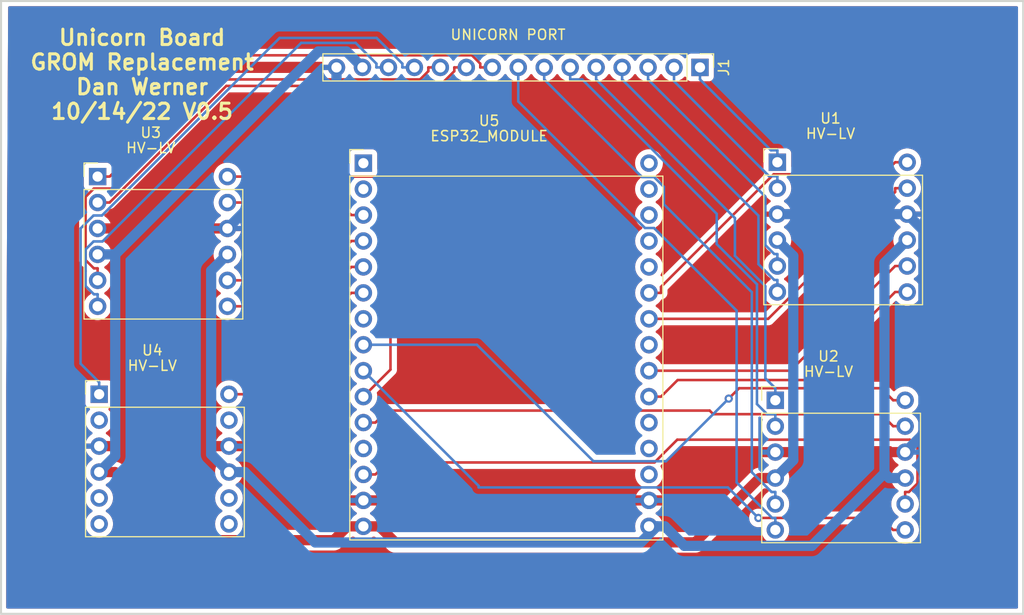
<source format=kicad_pcb>
(kicad_pcb (version 20211014) (generator pcbnew)
  (layers (0 "F.Cu" signal) (31 "B.Cu" signal) (34 "B.Paste" user) (35 "F.Paste" user) (36 "B.SilkS" user "B.Silkscreen") (37 "F.SilkS" user "F.Silkscreen") (38 "B.Mask" user) (39 "F.Mask" user) (44 "Edge.Cuts" user))
  (net 0 "")
  (net 1 "D0")
  (net 2 "D1")
  (net 3 "D2")
  (net 4 "D3")
  (net 5 "D4")
  (net 6 "D5")
  (net 7 "D6")
  (net 8 "D7")
  (net 9 "GREADY")
  (net 10 "DBIN")
  (net 11 "IO_A14")
  (net 12 "GRMCLK")
  (net 13 "~{GS}")
  (net 14 "+5V")
  (net 15 "GND")
  (net 16 "LV_D3")
  (net 17 "LV_D2")
  (net 18 "+3.3V")
  (net 19 "LV_D1")
  (net 20 "LV_D0")
  (net 21 "LV_D7")
  (net 22 "LV_D6")
  (net 23 "LV_D5")
  (net 24 "LV_D4")
  (net 25 "~{LV_GS}")
  (net 26 "LV_A14")
  (net 27 "LV_DBIN")
  (net 28 "LV_GREADY")
  (net 35 "LV_GRMCLK")
  (footprint "WernerCustomLibrary:HV-LV" (layer "F.Cu") (at 105.8 75.7)
    (fp_text reference "U4" (at 0 -0.5 unlocked) (layer "F.SilkS"))
    (fp_text value "HV-LV" (at 0 1 unlocked) (layer "F.SilkS"))
    (fp_line (start -6.53 3.8) (end -6.53 2.47) (layer "F.SilkS") (width 0.12))
    (fp_line (start -6.53 2.47) (end -5.2 2.47) (layer "F.SilkS") (width 0.12))
    (fp_line (start 9 5.07) (end 9 17.75) (layer "F.SilkS") (width 0.12))
    (fp_line (start -6.53 5.07) (end -6.53 17.75) (layer "F.SilkS") (width 0.12))
    (fp_line (start -6.53 5.07) (end 9 5.07) (layer "F.SilkS") (width 0.12))
    (fp_line (start -6.53 17.75) (end 9 17.75) (layer "F.SilkS") (width 0.12))
    (pad "1" thru_hole rect (at -5.2 3.8) (size 1.7 1.7) (drill 1) (layers *.Cu *.Mask) (net 12 "GRMCLK"))
    (pad "2" thru_hole oval (at -5.2 6.34) (size 1.7 1.7) (drill 1) (layers *.Cu *.Mask))
    (pad "3" thru_hole oval (at -5.2 8.88) (size 1.7 1.7) (drill 1) (layers *.Cu *.Mask) (net 15 "GND"))
    (pad "4" thru_hole oval (at -5.2 11.42) (size 1.7 1.7) (drill 1) (layers *.Cu *.Mask) (net 14 "+5V"))
    (pad "5" thru_hole oval (at -5.2 13.96) (size 1.7 1.7) (drill 1) (layers *.Cu *.Mask))
    (pad "6" thru_hole oval (at -5.2 16.5) (size 1.7 1.7) (drill 1) (layers *.Cu *.Mask))
    (pad "7" thru_hole oval (at 7.5 16.5) (size 1.7 1.7) (drill 1) (layers *.Cu *.Mask))
    (pad "8" thru_hole oval (at 7.5 13.96) (size 1.7 1.7) (drill 1) (layers *.Cu *.Mask))
    (pad "9" thru_hole oval (at 7.5 11.42) (size 1.7 1.7) (drill 1) (layers *.Cu *.Mask) (net 18 "+3.3V"))
    (pad "10" thru_hole oval (at 7.5 8.88) (size 1.7 1.7) (drill 1) (layers *.Cu *.Mask) (net 15 "GND"))
    (pad "11" thru_hole oval (at 7.5 6.34) (size 1.7 1.7) (drill 1) (layers *.Cu *.Mask))
    (pad "12" thru_hole oval (at 7.5 3.8) (size 1.7 1.7) (drill 1) (layers *.Cu *.Mask) (net 35 "LV_GRMCLK"))
  )
  (footprint "WernerCustomLibrary:HV-LV" (layer "F.Cu") (at 171.95 76.2875)
    (fp_text reference "U2" (at 0 -0.5 unlocked) (layer "F.SilkS"))
    (fp_text value "HV-LV" (at 0 1 unlocked) (layer "F.SilkS"))
    (fp_line (start -6.53 5.07) (end -6.53 17.75) (layer "F.SilkS") (width 0.12))
    (fp_line (start -6.53 2.47) (end -5.2 2.47) (layer "F.SilkS") (width 0.12))
    (fp_line (start -6.53 17.75) (end 9 17.75) (layer "F.SilkS") (width 0.12))
    (fp_line (start 9 5.07) (end 9 17.75) (layer "F.SilkS") (width 0.12))
    (fp_line (start -6.53 3.8) (end -6.53 2.47) (layer "F.SilkS") (width 0.12))
    (fp_line (start -6.53 5.07) (end 9 5.07) (layer "F.SilkS") (width 0.12))
    (pad "1" thru_hole rect (at -5.2 3.8) (size 1.7 1.7) (drill 1) (layers *.Cu *.Mask) (net 5 "D4"))
    (pad "2" thru_hole oval (at -5.2 6.34) (size 1.7 1.7) (drill 1) (layers *.Cu *.Mask) (net 6 "D5"))
    (pad "3" thru_hole oval (at -5.2 8.88) (size 1.7 1.7) (drill 1) (layers *.Cu *.Mask) (net 15 "GND"))
    (pad "4" thru_hole oval (at -5.2 11.42) (size 1.7 1.7) (drill 1) (layers *.Cu *.Mask) (net 14 "+5V"))
    (pad "5" thru_hole oval (at -5.2 13.96) (size 1.7 1.7) (drill 1) (layers *.Cu *.Mask) (net 7 "D6"))
    (pad "6" thru_hole oval (at -5.2 16.5) (size 1.7 1.7) (drill 1) (layers *.Cu *.Mask) (net 8 "D7"))
    (pad "7" thru_hole oval (at 7.5 16.5) (size 1.7 1.7) (drill 1) (layers *.Cu *.Mask) (net 21 "LV_D7"))
    (pad "8" thru_hole oval (at 7.5 13.96) (size 1.7 1.7) (drill 1) (layers *.Cu *.Mask) (net 22 "LV_D6"))
    (pad "9" thru_hole oval (at 7.5 11.42) (size 1.7 1.7) (drill 1) (layers *.Cu *.Mask) (net 18 "+3.3V"))
    (pad "10" thru_hole oval (at 7.5 8.88) (size 1.7 1.7) (drill 1) (layers *.Cu *.Mask) (net 15 "GND"))
    (pad "11" thru_hole oval (at 7.5 6.34) (size 1.7 1.7) (drill 1) (layers *.Cu *.Mask) (net 23 "LV_D5"))
    (pad "12" thru_hole oval (at 7.5 3.8) (size 1.7 1.7) (drill 1) (layers *.Cu *.Mask) (net 24 "LV_D4"))
  )
  (footprint "WernerCustomLibrary:ESP32_DEVKIT_30" (layer "F.Cu") (at 138.75 53.225)
    (fp_text reference "U5" (at 0 -0.5 unlocked) (layer "F.SilkS"))
    (fp_text value "ESP32_MODULE" (at 0 1 unlocked) (layer "F.SilkS"))
    (fp_line (start -13.63 4.92) (end 17 4.92) (layer "F.SilkS") (width 0.12))
    (fp_line (start -13.63 3.65) (end -13.63 2.32) (layer "F.SilkS") (width 0.12))
    (fp_line (start -13.63 2.32) (end -12.3 2.32) (layer "F.SilkS") (width 0.12))
    (fp_line (start -13.63 4.92) (end -13.63 40.54) (layer "F.SilkS") (width 0.12))
    (fp_line (start 17 4.92) (end 17 40.54) (layer "F.SilkS") (width 0.12))
    (fp_line (start -13.63 40.54) (end 17 40.54) (layer "F.SilkS") (width 0.12))
    (pad "1" thru_hole rect (at -12.3 3.65) (size 1.7 1.7) (drill 1) (layers *.Cu *.Mask))
    (pad "2" thru_hole oval (at -12.3 6.19) (size 1.7 1.7) (drill 1) (layers *.Cu *.Mask))
    (pad "3" thru_hole oval (at -12.3 8.73) (size 1.7 1.7) (drill 1) (layers *.Cu *.Mask) (net 27 "LV_DBIN"))
    (pad "4" thru_hole oval (at -12.3 11.27) (size 1.7 1.7) (drill 1) (layers *.Cu *.Mask) (net 26 "LV_A14"))
    (pad "5" thru_hole oval (at -12.3 13.81) (size 1.7 1.7) (drill 1) (layers *.Cu *.Mask) (net 25 "~{LV_GS}"))
    (pad "6" thru_hole oval (at -12.3 16.35) (size 1.7 1.7) (drill 1) (layers *.Cu *.Mask) (net 35 "LV_GRMCLK"))
    (pad "7" thru_hole oval (at -12.3 18.89) (size 1.7 1.7) (drill 1) (layers *.Cu *.Mask))
    (pad "8" thru_hole oval (at -12.3 21.43) (size 1.7 1.7) (drill 1) (layers *.Cu *.Mask) (net 24 "LV_D4"))
    (pad "9" thru_hole oval (at -12.3 23.97) (size 1.7 1.7) (drill 1) (layers *.Cu *.Mask) (net 21 "LV_D7"))
    (pad "10" thru_hole oval (at -12.3 26.51) (size 1.7 1.7) (drill 1) (layers *.Cu *.Mask) (net 28 "LV_GREADY"))
    (pad "11" thru_hole oval (at -12.3 29.05) (size 1.7 1.7) (drill 1) (layers *.Cu *.Mask) (net 23 "LV_D5"))
    (pad "12" thru_hole oval (at -12.3 31.59) (size 1.7 1.7) (drill 1) (layers *.Cu *.Mask))
    (pad "13" thru_hole oval (at -12.3 34.13) (size 1.7 1.7) (drill 1) (layers *.Cu *.Mask) (net 22 "LV_D6"))
    (pad "14" thru_hole oval (at -12.3 36.67) (size 1.7 1.7) (drill 1) (layers *.Cu *.Mask) (net 15 "GND"))
    (pad "15" thru_hole oval (at -12.3 39.21) (size 1.7 1.7) (drill 1) (layers *.Cu *.Mask) (net 14 "+5V"))
    (pad "16" thru_hole oval (at 15.64 39.21) (size 1.7 1.7) (drill 1) (layers *.Cu *.Mask) (net 18 "+3.3V"))
    (pad "17" thru_hole oval (at 15.64 36.67) (size 1.7 1.7) (drill 1) (layers *.Cu *.Mask) (net 15 "GND"))
    (pad "18" thru_hole oval (at 15.64 34.13) (size 1.7 1.7) (drill 1) (layers *.Cu *.Mask))
    (pad "19" thru_hole oval (at 15.64 31.59) (size 1.7 1.7) (drill 1) (layers *.Cu *.Mask))
    (pad "20" thru_hole oval (at 15.64 29.05) (size 1.7 1.7) (drill 1) (layers *.Cu *.Mask))
    (pad "21" thru_hole oval (at 15.64 26.51) (size 1.7 1.7) (drill 1) (layers *.Cu *.Mask) (net 16 "LV_D3"))
    (pad "22" thru_hole oval (at 15.64 23.97) (size 1.7 1.7) (drill 1) (layers *.Cu *.Mask) (net 17 "LV_D2"))
    (pad "23" thru_hole oval (at 15.64 21.43) (size 1.7 1.7) (drill 1) (layers *.Cu *.Mask))
    (pad "24" thru_hole oval (at 15.64 18.89) (size 1.7 1.7) (drill 1) (layers *.Cu *.Mask) (net 19 "LV_D1"))
    (pad "25" thru_hole oval (at 15.64 16.35) (size 1.7 1.7) (drill 1) (layers *.Cu *.Mask) (net 20 "LV_D0"))
    (pad "26" thru_hole oval (at 15.64 13.81) (size 1.7 1.7) (drill 1) (layers *.Cu *.Mask))
    (pad "27" thru_hole oval (at 15.64 11.27) (size 1.7 1.7) (drill 1) (layers *.Cu *.Mask))
    (pad "28" thru_hole oval (at 15.64 8.73) (size 1.7 1.7) (drill 1) (layers *.Cu *.Mask))
    (pad "29" thru_hole oval (at 15.64 6.19) (size 1.7 1.7) (drill 1) (layers *.Cu *.Mask))
    (pad "30" thru_hole oval (at 15.64 3.65) (size 1.7 1.7) (drill 1) (layers *.Cu *.Mask))
  )
  (footprint "WernerCustomLibrary:HV-LV" (layer "F.Cu") (at 172.15 52.9875)
    (fp_text reference "U1" (at 0 -0.5 unlocked) (layer "F.SilkS"))
    (fp_text value "HV-LV" (at 0 1 unlocked) (layer "F.SilkS"))
    (fp_line (start 9 5.07) (end 9 17.75) (layer "F.SilkS") (width 0.12))
    (fp_line (start -6.53 3.8) (end -6.53 2.47) (layer "F.SilkS") (width 0.12))
    (fp_line (start -6.53 17.75) (end 9 17.75) (layer "F.SilkS") (width 0.12))
    (fp_line (start -6.53 5.07) (end 9 5.07) (layer "F.SilkS") (width 0.12))
    (fp_line (start -6.53 5.07) (end -6.53 17.75) (layer "F.SilkS") (width 0.12))
    (fp_line (start -6.53 2.47) (end -5.2 2.47) (layer "F.SilkS") (width 0.12))
    (pad "1" thru_hole rect (at -5.2 3.8) (size 1.7 1.7) (drill 1) (layers *.Cu *.Mask) (net 1 "D0"))
    (pad "2" thru_hole oval (at -5.2 6.34) (size 1.7 1.7) (drill 1) (layers *.Cu *.Mask) (net 2 "D1"))
    (pad "3" thru_hole oval (at -5.2 8.88) (size 1.7 1.7) (drill 1) (layers *.Cu *.Mask) (net 15 "GND"))
    (pad "4" thru_hole oval (at -5.2 11.42) (size 1.7 1.7) (drill 1) (layers *.Cu *.Mask) (net 14 "+5V"))
    (pad "5" thru_hole oval (at -5.2 13.96) (size 1.7 1.7) (drill 1) (layers *.Cu *.Mask) (net 3 "D2"))
    (pad "6" thru_hole oval (at -5.2 16.5) (size 1.7 1.7) (drill 1) (layers *.Cu *.Mask) (net 4 "D3"))
    (pad "7" thru_hole oval (at 7.5 16.5) (size 1.7 1.7) (drill 1) (layers *.Cu *.Mask) (net 16 "LV_D3"))
    (pad "8" thru_hole oval (at 7.5 13.96) (size 1.7 1.7) (drill 1) (layers *.Cu *.Mask) (net 17 "LV_D2"))
    (pad "9" thru_hole oval (at 7.5 11.42) (size 1.7 1.7) (drill 1) (layers *.Cu *.Mask) (net 18 "+3.3V"))
    (pad "10" thru_hole oval (at 7.5 8.88) (size 1.7 1.7) (drill 1) (layers *.Cu *.Mask) (net 15 "GND"))
    (pad "11" thru_hole oval (at 7.5 6.34) (size 1.7 1.7) (drill 1) (layers *.Cu *.Mask) (net 19 "LV_D1"))
    (pad "12" thru_hole oval (at 7.5 3.8) (size 1.7 1.7) (drill 1) (layers *.Cu *.Mask) (net 20 "LV_D0"))
  )
  (footprint "Connector_PinHeader_2.54mm:PinHeader_1x15_P2.54mm_Vertical" (layer "F.Cu") (at 159.38 47.5 -90)
    (fp_text reference "J1" (at 0 -2.33 90) (layer "F.SilkS"))
    (fp_text value "UNICORN PORT" (at -3.2 18.78) (layer "F.SilkS"))
    (fp_line (start -1.33 0) (end -1.33 -1.33) (layer "F.SilkS") (width 0.12))
    (fp_line (start -1.33 1.27) (end -1.33 36.89) (layer "F.SilkS") (width 0.12))
    (fp_line (start -1.33 -1.33) (end 0 -1.33) (layer "F.SilkS") (width 0.12))
    (fp_line (start 1.33 1.27) (end 1.33 36.89) (layer "F.SilkS") (width 0.12))
    (fp_line (start -1.33 36.89) (end 1.33 36.89) (layer "F.SilkS") (width 0.12))
    (fp_line (start -1.33 1.27) (end 1.33 1.27) (layer "F.SilkS") (width 0.12))
    (pad "1" thru_hole rect (at 0 0 270) (size 1.7 1.7) (drill 1) (layers *.Cu *.Mask) (net 1 "D0"))
    (pad "2" thru_hole oval (at 0 2.54 270) (size 1.7 1.7) (drill 1) (layers *.Cu *.Mask) (net 2 "D1"))
    (pad "3" thru_hole oval (at 0 5.08 270) (size 1.7 1.7) (drill 1) (layers *.Cu *.Mask) (net 3 "D2"))
    (pad "4" thru_hole oval (at 0 7.62 270) (size 1.7 1.7) (drill 1) (layers *.Cu *.Mask) (net 4 "D3"))
    (pad "5" thru_hole oval (at 0 10.16 270) (size 1.7 1.7) (drill 1) (layers *.Cu *.Mask) (net 5 "D4"))
    (pad "6" thru_hole oval (at 0 12.7 270) (size 1.7 1.7) (drill 1) (layers *.Cu *.Mask) (net 6 "D5"))
    (pad "7" thru_hole oval (at 0 15.24 270) (size 1.7 1.7) (drill 1) (layers *.Cu *.Mask) (net 7 "D6"))
    (pad "8" thru_hole oval (at 0 17.78 270) (size 1.7 1.7) (drill 1) (layers *.Cu *.Mask) (net 8 "D7"))
    (pad "9" thru_hole oval (at 0 20.32 270) (size 1.7 1.7) (drill 1) (layers *.Cu *.Mask) (net 9 "GREADY"))
    (pad "10" thru_hole oval (at 0 22.86 270) (size 1.7 1.7) (drill 1) (layers *.Cu *.Mask) (net 10 "DBIN"))
    (pad "11" thru_hole oval (at 0 25.4 270) (size 1.7 1.7) (drill 1) (layers *.Cu *.Mask) (net 11 "IO_A14"))
    (pad "12" thru_hole oval (at 0 27.94 270) (size 1.7 1.7) (drill 1) (layers *.Cu *.Mask) (net 12 "GRMCLK"))
    (pad "13" thru_hole oval (at 0 30.48 270) (size 1.7 1.7) (drill 1) (layers *.Cu *.Mask) (net 13 "~{GS}"))
    (pad "14" thru_hole oval (at 0 33.02 270) (size 1.7 1.7) (drill 1) (layers *.Cu *.Mask) (net 14 "+5V"))
    (pad "15" thru_hole oval (at 0 35.56 270) (size 1.7 1.7) (drill 1) (layers *.Cu *.Mask) (net 15 "GND"))
  )
  (footprint "WernerCustomLibrary:HV-LV" (layer "F.Cu") (at 105.65 54.3875)
    (fp_text reference "U3" (at 0 -0.5 unlocked) (layer "F.SilkS"))
    (fp_text value "HV-LV" (at 0 1 unlocked) (layer "F.SilkS"))
    (fp_line (start -6.53 3.8) (end -6.53 2.47) (layer "F.SilkS") (width 0.12))
    (fp_line (start 9 5.07) (end 9 17.75) (layer "F.SilkS") (width 0.12))
    (fp_line (start -6.53 5.07) (end 9 5.07) (layer "F.SilkS") (width 0.12))
    (fp_line (start -6.53 17.75) (end 9 17.75) (layer "F.SilkS") (width 0.12))
    (fp_line (start -6.53 2.47) (end -5.2 2.47) (layer "F.SilkS") (width 0.12))
    (fp_line (start -6.53 5.07) (end -6.53 17.75) (layer "F.SilkS") (width 0.12))
    (pad "1" thru_hole rect (at -5.2 3.8) (size 1.7 1.7) (drill 1) (layers *.Cu *.Mask) (net 9 "GREADY"))
    (pad "2" thru_hole oval (at -5.2 6.34) (size 1.7 1.7) (drill 1) (layers *.Cu *.Mask) (net 10 "DBIN"))
    (pad "3" thru_hole oval (at -5.2 8.88) (size 1.7 1.7) (drill 1) (layers *.Cu *.Mask) (net 15 "GND"))
    (pad "4" thru_hole oval (at -5.2 11.42) (size 1.7 1.7) (drill 1) (layers *.Cu *.Mask) (net 14 "+5V"))
    (pad "5" thru_hole oval (at -5.2 13.96) (size 1.7 1.7) (drill 1) (layers *.Cu *.Mask) (net 11 "IO_A14"))
    (pad "6" thru_hole oval (at -5.2 16.5) (size 1.7 1.7) (drill 1) (layers *.Cu *.Mask) (net 13 "~{GS}"))
    (pad "7" thru_hole oval (at 7.5 16.5) (size 1.7 1.7) (drill 1) (layers *.Cu *.Mask) (net 25 "~{LV_GS}"))
    (pad "8" thru_hole oval (at 7.5 13.96) (size 1.7 1.7) (drill 1) (layers *.Cu *.Mask) (net 26 "LV_A14"))
    (pad "9" thru_hole oval (at 7.5 11.42) (size 1.7 1.7) (drill 1) (layers *.Cu *.Mask) (net 18 "+3.3V"))
    (pad "10" thru_hole oval (at 7.5 8.88) (size 1.7 1.7) (drill 1) (layers *.Cu *.Mask) (net 15 "GND"))
    (pad "11" thru_hole oval (at 7.5 6.34) (size 1.7 1.7) (drill 1) (layers *.Cu *.Mask) (net 27 "LV_DBIN"))
    (pad "12" thru_hole oval (at 7.5 3.8) (size 1.7 1.7) (drill 1) (layers *.Cu *.Mask) (net 28 "LV_GREADY"))
  )
  (gr_rect (start 91 41) (end 191 101) (layer "Edge.Cuts") (width 0.2) (fill none))
  (gr_text "Unicorn Board\nGROM Replacement\nDan Werner\n10/14/22 V0.5" (at 104.8 48.2) (layer "F.SilkS") (effects (font (size 1.5 1.5) (thickness 0.3))))
  (segment (start 166.3169 55.6122) (end 166.95 55.6122) (width 0.25) (layer "B.Cu") (net 1))
  (segment (start 166.95 56.7875) (end 166.95 55.6122) (width 0.25) (layer "B.Cu") (net 1))
  (segment (start 159.38 48.6753) (end 166.3169 55.6122) (width 0.25) (layer "B.Cu") (net 1))
  (segment (start 159.38 47.5) (end 159.38 48.6753) (width 0.25) (layer "B.Cu") (net 1))
  (segment (start 166.142 58.1522) (end 166.95 58.1522) (width 0.25) (layer "B.Cu") (net 2))
  (segment (start 166.95 59.3275) (end 166.95 58.1522) (width 0.25) (layer "B.Cu") (net 2))
  (segment (start 156.84 47.5) (end 156.84 48.8502) (width 0.25) (layer "B.Cu") (net 2))
  (segment (start 156.84 48.8502) (end 166.142 58.1522) (width 0.25) (layer "B.Cu") (net 2))
  (segment (start 154.3 48.6753) (end 165.7747 60.15) (width 0.25) (layer "B.Cu") (net 3))
  (segment (start 165.7747 64.8982) (end 166.6487 65.7722) (width 0.25) (layer "B.Cu") (net 3))
  (segment (start 166.6487 65.7722) (end 166.95 65.7722) (width 0.25) (layer "B.Cu") (net 3))
  (segment (start 165.7747 60.15) (end 165.7747 64.8982) (width 0.25) (layer "B.Cu") (net 3))
  (segment (start 166.95 66.9475) (end 166.95 65.7722) (width 0.25) (layer "B.Cu") (net 3))
  (segment (start 154.3 47.5) (end 154.3 48.6753) (width 0.25) (layer "B.Cu") (net 3))
  (segment (start 166.95 69.4875) (end 166.95 68.3122) (width 0.25) (layer "B.Cu") (net 4))
  (segment (start 165.0992 66.7627) (end 166.6487 68.3122) (width 0.25) (layer "B.Cu") (net 4))
  (segment (start 165.0992 62.0145) (end 165.0992 66.7627) (width 0.25) (layer "B.Cu") (net 4))
  (segment (start 151.76 47.5) (end 151.76 48.6753) (width 0.25) (layer "B.Cu") (net 4))
  (segment (start 151.76 48.6753) (end 165.0992 62.0145) (width 0.25) (layer "B.Cu") (net 4))
  (segment (start 166.6487 68.3122) (end 166.95 68.3122) (width 0.25) (layer "B.Cu") (net 4))
  (segment (start 166.75 80.0875) (end 166.75 78.9122) (width 0.25) (layer "B.Cu") (net 5))
  (segment (start 149.22 47.5) (end 149.22 48.6753) (width 0.25) (layer "B.Cu") (net 5))
  (segment (start 162.7969 62.2522) (end 162.7969 65.9411) (width 0.25) (layer "B.Cu") (net 5))
  (segment (start 165.7747 68.9189) (end 165.7747 77.9369) (width 0.25) (layer "B.Cu") (net 5))
  (segment (start 149.22 48.6753) (end 162.7969 62.2522) (width 0.25) (layer "B.Cu") (net 5))
  (segment (start 162.7969 65.9411) (end 165.7747 68.9189) (width 0.25) (layer "B.Cu") (net 5))
  (segment (start 165.7747 77.9369) (end 166.75 78.9122) (width 0.25) (layer "B.Cu") (net 5))
  (segment (start 146.68 48.6753) (end 147.8553 48.6753) (width 0.25) (layer "B.Cu") (net 6))
  (segment (start 165.942 81.4522) (end 166.75 81.4522) (width 0.25) (layer "B.Cu") (net 6))
  (segment (start 164.9525 68.7336) (end 164.9525 80.4627) (width 0.25) (layer "B.Cu") (net 6))
  (segment (start 166.75 82.6275) (end 166.75 81.4522) (width 0.25) (layer "B.Cu") (net 6))
  (segment (start 147.8553 48.6753) (end 161.0162 61.8362) (width 0.25) (layer "B.Cu") (net 6))
  (segment (start 146.68 47.5) (end 146.68 48.6753) (width 0.25) (layer "B.Cu") (net 6))
  (segment (start 161.0162 61.8362) (end 161.0162 64.7973) (width 0.25) (layer "B.Cu") (net 6))
  (segment (start 161.0162 64.7973) (end 164.9525 68.7336) (width 0.25) (layer "B.Cu") (net 6))
  (segment (start 164.9525 80.4627) (end 165.942 81.4522) (width 0.25) (layer "B.Cu") (net 6))
  (segment (start 164.4489 69.5037) (end 164.4489 87.1384) (width 0.25) (layer "B.Cu") (net 7))
  (segment (start 155.8431 60.8979) (end 164.4489 69.5037) (width 0.25) (layer "B.Cu") (net 7))
  (segment (start 153.7015 58.2368) (end 154.8894 58.2368) (width 0.25) (layer "B.Cu") (net 7))
  (segment (start 154.8894 58.2368) (end 155.8431 59.1905) (width 0.25) (layer "B.Cu") (net 7))
  (segment (start 144.14 47.5) (end 144.14 48.6753) (width 0.25) (layer "B.Cu") (net 7))
  (segment (start 166.3827 89.0722) (end 166.75 89.0722) (width 0.25) (layer "B.Cu") (net 7))
  (segment (start 155.8431 59.1905) (end 155.8431 60.8979) (width 0.25) (layer "B.Cu") (net 7))
  (segment (start 164.4489 87.1384) (end 166.3827 89.0722) (width 0.25) (layer "B.Cu") (net 7))
  (segment (start 144.14 48.6753) (end 153.7015 58.2368) (width 0.25) (layer "B.Cu") (net 7))
  (segment (start 166.75 90.2475) (end 166.75 89.0722) (width 0.25) (layer "B.Cu") (net 7))
  (segment (start 153.9976 63.225) (end 154.8795 63.225) (width 0.25) (layer "B.Cu") (net 8))
  (segment (start 154.8795 63.225) (end 162.9637 71.3092) (width 0.25) (layer "B.Cu") (net 8))
  (segment (start 166.75 92.7875) (end 166.75 91.6122) (width 0.25) (layer "B.Cu") (net 8))
  (segment (start 141.6 47.5) (end 141.6 50.8274) (width 0.25) (layer "B.Cu") (net 8))
  (segment (start 162.9637 71.3092) (end 162.9637 88.1317) (width 0.25) (layer "B.Cu") (net 8))
  (segment (start 162.9637 88.1317) (end 166.4442 91.6122) (width 0.25) (layer "B.Cu") (net 8))
  (segment (start 141.6 50.8274) (end 153.9976 63.225) (width 0.25) (layer "B.Cu") (net 8))
  (segment (start 166.4442 91.6122) (end 166.75 91.6122) (width 0.25) (layer "B.Cu") (net 8))
  (segment (start 100.45 58.1875) (end 101.6253 58.1875) (width 0.25) (layer "F.Cu") (net 9))
  (segment (start 113.4961 46.3167) (end 101.6253 58.1875) (width 0.25) (layer "F.Cu") (net 9))
  (segment (start 137.8847 47.5) (end 137.8847 47.1327) (width 0.25) (layer "F.Cu") (net 9))
  (segment (start 137.8847 47.1327) (end 137.0687 46.3167) (width 0.25) (layer "F.Cu") (net 9))
  (segment (start 139.06 47.5) (end 137.8847 47.5) (width 0.25) (layer "F.Cu") (net 9))
  (segment (start 137.0687 46.3167) (end 113.4961 46.3167) (width 0.25) (layer "F.Cu") (net 9))
  (segment (start 135.3447 47.8675) (end 135.3447 47.5) (width 0.25) (layer "F.Cu") (net 10))
  (segment (start 101.6253 60.7275) (end 113.0406 49.3122) (width 0.25) (layer "F.Cu") (net 10))
  (segment (start 113.0406 49.3122) (end 133.9 49.3122) (width 0.25) (layer "F.Cu") (net 10))
  (segment (start 133.9 49.3122) (end 135.3447 47.8675) (width 0.25) (layer "F.Cu") (net 10))
  (segment (start 136.52 47.5) (end 135.3447 47.5) (width 0.25) (layer "F.Cu") (net 10))
  (segment (start 100.45 60.7275) (end 101.6253 60.7275) (width 0.25) (layer "F.Cu") (net 10))
  (segment (start 132.8047 47.5) (end 132.8047 47.8674) (width 0.25) (layer "F.Cu") (net 11))
  (segment (start 100.0828 59.3629) (end 99.2747 60.171) (width 0.25) (layer "F.Cu") (net 11))
  (segment (start 102.1485 59.3629) (end 100.0828 59.3629) (width 0.25) (layer "F.Cu") (net 11))
  (segment (start 99.2747 60.171) (end 99.2747 66.3643) (width 0.25) (layer "F.Cu") (net 11))
  (segment (start 131.9968 48.6753) (end 112.8361 48.6753) (width 0.25) (layer "F.Cu") (net 11))
  (segment (start 99.2747 66.3643) (end 100.0826 67.1722) (width 0.25) (layer "F.Cu") (net 11))
  (segment (start 112.8361 48.6753) (end 102.1485 59.3629) (width 0.25) (layer "F.Cu") (net 11))
  (segment (start 133.98 47.5) (end 132.8047 47.5) (width 0.25) (layer "F.Cu") (net 11))
  (segment (start 100.45 68.3475) (end 100.45 67.1722) (width 0.25) (layer "F.Cu") (net 11))
  (segment (start 100.0826 67.1722) (end 100.45 67.1722) (width 0.25) (layer "F.Cu") (net 11))
  (segment (start 132.8047 47.8674) (end 131.9968 48.6753) (width 0.25) (layer "F.Cu") (net 11))
  (segment (start 131.44 47.5) (end 130.2647 47.5) (width 0.25) (layer "B.Cu") (net 12))
  (segment (start 118.2577 44.6164) (end 127.7484 44.6164) (width 0.25) (layer "B.Cu") (net 12))
  (segment (start 100.6 78.3247) (end 98.784 76.5087) (width 0.25) (layer "B.Cu") (net 12))
  (segment (start 130.2647 47.1327) (end 130.2647 47.5) (width 0.25) (layer "B.Cu") (net 12))
  (segment (start 100.6 79.5) (end 100.6 78.3247) (width 0.25) (layer "B.Cu") (net 12))
  (segment (start 100.8766 61.9975) (end 118.2577 44.6164) (width 0.25) (layer "B.Cu") (net 12))
  (segment (start 127.7484 44.6164) (end 130.2647 47.1327) (width 0.25) (layer "B.Cu") (net 12))
  (segment (start 98.784 63.2652) (end 100.0517 61.9975) (width 0.25) (layer "B.Cu") (net 12))
  (segment (start 98.784 76.5087) (end 98.784 63.2652) (width 0.25) (layer "B.Cu") (net 12))
  (segment (start 100.0517 61.9975) (end 100.8766 61.9975) (width 0.25) (layer "B.Cu") (net 12))
  (segment (start 128.9 47.5) (end 127.7247 47.5) (width 0.25) (layer "B.Cu") (net 13))
  (segment (start 99.2747 65.3186) (end 100.0558 64.5375) (width 0.25) (layer "B.Cu") (net 13))
  (segment (start 125.6932 45.1012) (end 127.7247 47.1327) (width 0.25) (layer "B.Cu") (net 13))
  (segment (start 100.9269 64.5375) (end 120.3632 45.1012) (width 0.25) (layer "B.Cu") (net 13))
  (segment (start 127.7247 47.1327) (end 127.7247 47.5) (width 0.25) (layer "B.Cu") (net 13))
  (segment (start 100.45 69.7122) (end 100.0826 69.7122) (width 0.25) (layer "B.Cu") (net 13))
  (segment (start 100.45 70.8875) (end 100.45 69.7122) (width 0.25) (layer "B.Cu") (net 13))
  (segment (start 100.0558 64.5375) (end 100.9269 64.5375) (width 0.25) (layer "B.Cu") (net 13))
  (segment (start 120.3632 45.1012) (end 125.6932 45.1012) (width 0.25) (layer "B.Cu") (net 13))
  (segment (start 99.2747 68.9043) (end 99.2747 65.3186) (width 0.25) (layer "B.Cu") (net 13))
  (segment (start 100.0826 69.7122) (end 99.2747 68.9043) (width 0.25) (layer "B.Cu") (net 13))
  (segment (start 123.5466 93.7881) (end 124.8997 92.435) (width 1) (layer "F.Cu") (net 14))
  (segment (start 158.9072 94) (end 129.5653 94) (width 1) (layer "F.Cu") (net 14))
  (segment (start 102.1503 87.12) (end 108.8184 93.7881) (width 1) (layer "F.Cu") (net 14))
  (segment (start 165.1997 87.7075) (end 158.9072 94) (width 1) (layer "F.Cu") (net 14))
  (segment (start 166.75 87.7075) (end 165.1997 87.7075) (width 1) (layer "F.Cu") (net 14))
  (segment (start 126.45 92.435) (end 124.8997 92.435) (width 1) (layer "F.Cu") (net 14))
  (segment (start 129.5653 94) (end 128.0003 92.435) (width 1) (layer "F.Cu") (net 14))
  (segment (start 100.6 87.12) (end 102.1503 87.12) (width 1) (layer "F.Cu") (net 14))
  (segment (start 126.45 92.435) (end 128.0003 92.435) (width 1) (layer "F.Cu") (net 14))
  (segment (start 108.8184 93.7881) (end 123.5466 93.7881) (width 1) (layer "F.Cu") (net 14))
  (segment (start 166.95 64.4075) (end 168.506 65.9635) (width 1) (layer "B.Cu") (net 14))
  (segment (start 168.506 85.9515) (end 166.75 87.7075) (width 1) (layer "B.Cu") (net 14))
  (segment (start 122.0404 45.9381) (end 124.7981 45.9381) (width 1) (layer "B.Cu") (net 14))
  (segment (start 100.6 87.12) (end 102.171 85.549) (width 1) (layer "B.Cu") (net 14))
  (segment (start 102.171 65.8075) (end 100.45 65.8075) (width 1) (layer "B.Cu") (net 14))
  (segment (start 124.7981 45.9381) (end 126.36 47.5) (width 1) (layer "B.Cu") (net 14))
  (segment (start 102.171 65.8075) (end 122.0404 45.9381) (width 1) (layer "B.Cu") (net 14))
  (segment (start 168.506 65.9635) (end 168.506 85.9515) (width 1) (layer "B.Cu") (net 14))
  (segment (start 102.171 85.549) (end 102.171 65.8075) (width 1) (layer "B.Cu") (net 14))
  (segment (start 113.3 84.58) (end 106.95 84.58) (width 1) (layer "F.Cu") (net 15))
  (segment (start 155.9403 89.895) (end 160.6678 85.1675) (width 1) (layer "F.Cu") (net 15))
  (segment (start 119.5847 84.58) (end 113.3 84.58) (width 1) (layer "F.Cu") (net 15))
  (segment (start 154.39 89.895) (end 155.9403 89.895) (width 1) (layer "F.Cu") (net 15))
  (segment (start 113.15 63.2675) (end 106.95 63.2675) (width 1) (layer "F.Cu") (net 15))
  (segment (start 126.45 89.895) (end 154.39 89.895) (width 1) (layer "F.Cu") (net 15))
  (segment (start 106.95 84.58) (end 100.6 84.58) (width 1) (layer "F.Cu") (net 15))
  (segment (start 106.95 63.2675) (end 100.45 63.2675) (width 1) (layer "F.Cu") (net 15))
  (segment (start 160.6678 85.1675) (end 166.75 85.1675) (width 1) (layer "F.Cu") (net 15))
  (segment (start 126.45 89.895) (end 124.8997 89.895) (width 1) (layer "F.Cu") (net 15))
  (segment (start 179.45 85.1675) (end 166.75 85.1675) (width 1) (layer "F.Cu") (net 15))
  (segment (start 106.95 63.2675) (end 106.95 84.58) (width 1) (layer "F.Cu") (net 15))
  (segment (start 124.8997 89.895) (end 119.5847 84.58) (width 1) (layer "F.Cu") (net 15))
  (segment (start 181.2324 83.3851) (end 181.2324 63.4499) (width 1) (layer "B.Cu") (net 15))
  (segment (start 179.65 61.8675) (end 168.5003 61.8675) (width 1) (layer "B.Cu") (net 15))
  (segment (start 123.82 52.5975) (end 113.15 63.2675) (width 1) (layer "B.Cu") (net 15))
  (segment (start 179.45 85.1675) (end 181.2324 83.3851) (width 1) (layer "B.Cu") (net 15))
  (segment (start 181.2324 63.4499) (end 179.65 61.8675) (width 1) (layer "B.Cu") (net 15))
  (segment (start 123.82 47.5) (end 123.82 52.5975) (width 1) (layer "B.Cu") (net 15))
  (segment (start 166.95 61.8675) (end 168.5003 61.8675) (width 1) (layer "B.Cu") (net 15))
  (segment (start 169.8528 78.1094) (end 157.1909 78.1094) (width 0.25) (layer "F.Cu") (net 16))
  (segment (start 179.65 69.4875) (end 178.4747 69.4875) (width 0.25) (layer "F.Cu") (net 16))
  (segment (start 157.1909 78.1094) (end 155.5653 79.735) (width 0.25) (layer "F.Cu") (net 16))
  (segment (start 154.39 79.735) (end 155.5653 79.735) (width 0.25) (layer "F.Cu") (net 16))
  (segment (start 178.4747 69.4875) (end 169.8528 78.1094) (width 0.25) (layer "F.Cu") (net 16))
  (segment (start 178.4747 66.9475) (end 168.2272 77.195) (width 0.25) (layer "F.Cu") (net 17))
  (segment (start 168.2272 77.195) (end 154.39 77.195) (width 0.25) (layer "F.Cu") (net 17))
  (segment (start 179.65 66.9475) (end 178.4747 66.9475) (width 0.25) (layer "F.Cu") (net 17))
  (segment (start 111.5548 85.3748) (end 113.3 87.12) (width 1) (layer "B.Cu") (net 18))
  (segment (start 177.4265 66.631) (end 177.4265 87.2343) (width 1) (layer "B.Cu") (net 18))
  (segment (start 155.1652 92.435) (end 155.9403 92.435) (width 1) (layer "B.Cu") (net 18))
  (segment (start 170.3151 94.3457) (end 157.851 94.3457) (width 1) (layer "B.Cu") (net 18))
  (segment (start 154.39 92.435) (end 155.1652 92.435) (width 1) (layer "B.Cu") (net 18))
  (segment (start 111.5548 67.4027) (end 111.5548 85.3748) (width 1) (layer "B.Cu") (net 18))
  (segment (start 153.5864 94.0138) (end 121.7441 94.0138) (width 1) (layer "B.Cu") (net 18))
  (segment (start 179.45 87.7075) (end 177.8997 87.7075) (width 1) (layer "B.Cu") (net 18))
  (segment (start 179.65 64.4075) (end 177.4265 66.631) (width 1) (layer "B.Cu") (net 18))
  (segment (start 177.4265 87.2343) (end 170.3151 94.3457) (width 1) (layer "B.Cu") (net 18))
  (segment (start 155.1652 92.435) (end 153.5864 94.0138) (width 1) (layer "B.Cu") (net 18))
  (segment (start 157.851 94.3457) (end 155.9403 92.435) (width 1) (layer "B.Cu") (net 18))
  (segment (start 113.3 87.12) (end 114.8503 87.12) (width 1) (layer "B.Cu") (net 18))
  (segment (start 177.4265 87.2343) (end 177.8997 87.7075) (width 1) (layer "B.Cu") (net 18))
  (segment (start 121.7441 94.0138) (end 114.8503 87.12) (width 1) (layer "B.Cu") (net 18))
  (segment (start 113.15 65.8075) (end 111.5548 67.4027) (width 1) (layer "B.Cu") (net 18))
  (segment (start 179.65 59.3275) (end 178.4747 59.3275) (width 0.25) (layer "F.Cu") (net 19))
  (segment (start 178.4747 59.6948) (end 166.0545 72.115) (width 0.25) (layer "F.Cu") (net 19))
  (segment (start 166.0545 72.115) (end 154.39 72.115) (width 0.25) (layer "F.Cu") (net 19))
  (segment (start 178.4747 59.3275) (end 178.4747 59.6948) (width 0.25) (layer "F.Cu") (net 19))
  (segment (start 166.5899 57.9628) (end 155.5653 68.9874) (width 0.25) (layer "F.Cu") (net 20))
  (segment (start 177.2994 57.9628) (end 166.5899 57.9628) (width 0.25) (layer "F.Cu") (net 20))
  (segment (start 178.4747 56.7875) (end 177.2994 57.9628) (width 0.25) (layer "F.Cu") (net 20))
  (segment (start 155.5653 68.9874) (end 155.5653 69.575) (width 0.25) (layer "F.Cu") (net 20))
  (segment (start 179.65 56.7875) (end 178.4747 56.7875) (width 0.25) (layer "F.Cu") (net 20))
  (segment (start 154.39 69.575) (end 155.5653 69.575) (width 0.25) (layer "F.Cu") (net 20))
  (segment (start 178.2747 92.7875) (end 177.0993 91.6121) (width 0.25) (layer "F.Cu") (net 21))
  (segment (start 179.45 92.7875) (end 178.2747 92.7875) (width 0.25) (layer "F.Cu") (net 21))
  (segment (start 177.0993 91.6121) (end 165.0937 91.6121) (width 0.25) (layer "F.Cu") (net 21))
  (via (at 165.0937 91.6121) (size 0.8) (drill 0.4) (layers "F.Cu" "B.Cu") (net 21))
  (segment (start 137.725 88.47) (end 137.725 88.625) (width 0.25) (layer "B.Cu") (net 21))
  (segment (start 162.1066 88.625) (end 165.0937 91.6121) (width 0.25) (layer "B.Cu") (net 21))
  (segment (start 126.45 77.195) (end 137.725 88.47) (width 0.25) (layer "B.Cu") (net 21))
  (segment (start 137.725 88.625) (end 162.1066 88.625) (width 0.25) (layer "B.Cu") (net 21))
  (segment (start 126.45 87.355) (end 127.6253 87.355) (width 0.25) (layer "F.Cu") (net 22))
  (segment (start 180.6579 84.7) (end 179.9056 83.9477) (width 0.25) (layer "F.Cu") (net 22))
  (segment (start 179.8173 89.0722) (end 180.6579 88.2316) (width 0.25) (layer "F.Cu") (net 22))
  (segment (start 154.9255 86.1797) (end 128.8006 86.1797) (width 0.25) (layer "F.Cu") (net 22))
  (segment (start 180.6579 88.2316) (end 180.6579 84.7) (width 0.25) (layer "F.Cu") (net 22))
  (segment (start 128.8006 86.1797) (end 127.6253 87.355) (width 0.25) (layer "F.Cu") (net 22))
  (segment (start 157.1575 83.9477) (end 154.9255 86.1797) (width 0.25) (layer "F.Cu") (net 22))
  (segment (start 179.9056 83.9477) (end 157.1575 83.9477) (width 0.25) (layer "F.Cu") (net 22))
  (segment (start 179.45 89.0722) (end 179.8173 89.0722) (width 0.25) (layer "F.Cu") (net 22))
  (segment (start 179.45 90.2475) (end 179.45 89.0722) (width 0.25) (layer "F.Cu") (net 22))
  (segment (start 126.45 82.275) (end 127.6253 82.275) (width 0.25) (layer "F.Cu") (net 23))
  (segment (start 160.3278 81.0997) (end 128.8006 81.0997) (width 0.25) (layer "F.Cu") (net 23))
  (segment (start 179.45 82.6275) (end 178.2747 82.6275) (width 0.25) (layer "F.Cu") (net 23))
  (segment (start 177.0994 81.4522) (end 160.6803 81.4522) (width 0.25) (layer "F.Cu") (net 23))
  (segment (start 128.8006 81.0997) (end 127.6253 82.275) (width 0.25) (layer "F.Cu") (net 23))
  (segment (start 160.6803 81.4522) (end 160.3278 81.0997) (width 0.25) (layer "F.Cu") (net 23))
  (segment (start 178.2747 82.6275) (end 177.0994 81.4522) (width 0.25) (layer "F.Cu") (net 23))
  (segment (start 163.2043 78.9121) (end 162.1903 79.9261) (width 0.25) (layer "F.Cu") (net 24))
  (segment (start 177.0993 78.9121) (end 163.2043 78.9121) (width 0.25) (layer "F.Cu") (net 24))
  (segment (start 178.2747 80.0875) (end 177.0993 78.9121) (width 0.25) (layer "F.Cu") (net 24))
  (segment (start 179.45 80.0875) (end 178.2747 80.0875) (width 0.25) (layer "F.Cu") (net 24))
  (via (at 162.1903 79.9261) (size 0.8) (drill 0.4) (layers "F.Cu" "B.Cu") (net 24))
  (segment (start 137.555 74.655) (end 148.9582 86.0582) (width 0.25) (layer "B.Cu") (net 24))
  (segment (start 126.45 74.655) (end 137.555 74.655) (width 0.25) (layer "B.Cu") (net 24))
  (segment (start 148.9582 86.0582) (end 156.0582 86.0582) (width 0.25) (layer "B.Cu") (net 24))
  (segment (start 162.1903 79.9261) (end 156.0582 86.0582) (width 0.25) (layer "B.Cu") (net 24))
  (segment (start 121.4222 70.8875) (end 125.2747 67.035) (width 0.25) (layer "F.Cu") (net 25))
  (segment (start 126.45 67.035) (end 125.2747 67.035) (width 0.25) (layer "F.Cu") (net 25))
  (segment (start 113.15 70.8875) (end 121.4222 70.8875) (width 0.25) (layer "F.Cu") (net 25))
  (segment (start 121.4222 68.3475) (end 125.2747 64.495) (width 0.25) (layer "F.Cu") (net 26))
  (segment (start 126.45 64.495) (end 125.2747 64.495) (width 0.25) (layer "F.Cu") (net 26))
  (segment (start 113.15 68.3475) (end 121.4222 68.3475) (width 0.25) (layer "F.Cu") (net 26))
  (segment (start 124.0472 60.7275) (end 125.2747 61.955) (width 0.25) (layer "F.Cu") (net 27))
  (segment (start 126.45 61.955) (end 125.2747 61.955) (width 0.25) (layer "F.Cu") (net 27))
  (segment (start 113.15 60.7275) (end 124.0472 60.7275) (width 0.25) (layer "F.Cu") (net 27))
  (segment (start 128.4875 58.1875) (end 129.1 58.8) (width 0.25) (layer "F.Cu") (net 28))
  (segment (start 129.1 77.085) (end 126.45 79.735) (width 0.25) (layer "F.Cu") (net 28))
  (segment (start 113.15 58.1875) (end 128.4875 58.1875) (width 0.25) (layer "F.Cu") (net 28))
  (segment (start 129.1 58.8) (end 129.1 77.085) (width 0.25) (layer "F.Cu") (net 28))
  (segment (start 113.3 79.5) (end 115.3497 79.5) (width 0.25) (layer "F.Cu") (net 35))
  (segment (start 126.45 69.575) (end 125.2747 69.575) (width 0.25) (layer "F.Cu") (net 35))
  (segment (start 115.3497 79.5) (end 125.2747 69.575) (width 0.25) (layer "F.Cu") (net 35))
  (zone (net 0) (net_name "") (layers F&B.Cu) (connect_pads (clearance 0)) (min_thickness 0.254)
    (keepout (tracks not_allowed) (vias not_allowed) (pads not_allowed) (copperpour not_allowed) (footprints not_allowed))
    (fill (thermal_gap 0.508) (thermal_bridge_width 0.508))
    (polygon (pts (xy 91.4 100.9) (xy 91 100.9) (xy 91.1 41) (xy 91.5 41)))
  )
  (zone (net 0) (net_name "") (layers F&B.Cu) (connect_pads (clearance 0)) (min_thickness 0.254)
    (keepout (tracks not_allowed) (vias not_allowed) (pads not_allowed) (copperpour not_allowed) (footprints not_allowed))
    (fill (thermal_gap 0.508) (thermal_bridge_width 0.508))
    (polygon (pts (xy 190.9 100.9) (xy 91.1 100.9) (xy 91.1 100.6) (xy 190.9 100.5)))
  )
  (zone (net 0) (net_name "") (layers F&B.Cu) (connect_pads (clearance 0)) (min_thickness 0.254)
    (keepout (tracks not_allowed) (vias not_allowed) (pads not_allowed) (copperpour not_allowed) (footprints not_allowed))
    (fill (thermal_gap 0.508) (thermal_bridge_width 0.508))
    (polygon (pts (xy 190.9 100.9) (xy 190.5 100.9) (xy 190.5 41) (xy 190.9 41)))
  )
  (zone (net 0) (net_name "") (layers F&B.Cu) (connect_pads (clearance 0)) (min_thickness 0.254)
    (keepout (tracks not_allowed) (vias not_allowed) (pads not_allowed) (copperpour not_allowed) (footprints not_allowed))
    (fill (thermal_gap 0.508) (thermal_bridge_width 0.508))
    (polygon (pts (xy 190.9 41.4) (xy 91.1 41.3) (xy 91.1 41) (xy 190.9 41)))
  )
  (zone (net 15) (net_name "GND") (layers F&B.Cu) (connect_pads (clearance 0.508)) (min_thickness 0.254) (fill yes (thermal_gap 0.508) (thermal_bridge_width 0.508))
    (polygon (pts (xy 190.5 100.5) (xy 91.4 100.6) (xy 91.7 41.4) (xy 190.5 41.4)))
  )
)
</source>
